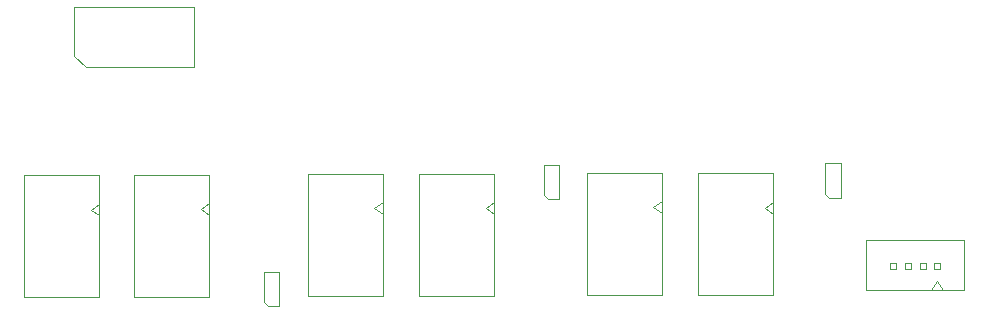
<source format=gbr>
%TF.GenerationSoftware,KiCad,Pcbnew,7.0.8*%
%TF.CreationDate,2024-02-12T21:11:38+01:00*%
%TF.ProjectId,HatV4,48617456-342e-46b6-9963-61645f706362,V2*%
%TF.SameCoordinates,Original*%
%TF.FileFunction,AssemblyDrawing,Bot*%
%FSLAX46Y46*%
G04 Gerber Fmt 4.6, Leading zero omitted, Abs format (unit mm)*
G04 Created by KiCad (PCBNEW 7.0.8) date 2024-02-12 21:11:38*
%MOMM*%
%LPD*%
G01*
G04 APERTURE LIST*
%ADD10C,0.100000*%
G04 APERTURE END LIST*
D10*
%TO.C,U8*%
X177421678Y-102335178D02*
X177421678Y-104910178D01*
X177421678Y-104910178D02*
X177746678Y-105235178D01*
X177746678Y-105235178D02*
X178721678Y-105235178D01*
X178721678Y-102335178D02*
X177421678Y-102335178D01*
X178721678Y-105235178D02*
X178721678Y-102335178D01*
%TO.C,J8*%
X163557978Y-103141578D02*
X157207978Y-103141578D01*
X163557978Y-103141578D02*
X163557978Y-113441578D01*
X157207978Y-103141578D02*
X157207978Y-113441578D01*
X163557978Y-105541578D02*
X162850871Y-106041578D01*
X162850871Y-106041578D02*
X163557978Y-106541578D01*
X163557978Y-113441578D02*
X157207978Y-113441578D01*
%TO.C,J4*%
X149356400Y-103231800D02*
X143006400Y-103231800D01*
X149356400Y-103231800D02*
X149356400Y-113531800D01*
X143006400Y-103231800D02*
X143006400Y-113531800D01*
X149356400Y-105631800D02*
X148649293Y-106131800D01*
X148649293Y-106131800D02*
X149356400Y-106631800D01*
X149356400Y-113531800D02*
X143006400Y-113531800D01*
%TO.C,J3*%
X139947422Y-103246222D02*
X133597422Y-103246222D01*
X139947422Y-103246222D02*
X139947422Y-113546222D01*
X133597422Y-103246222D02*
X133597422Y-113546222D01*
X139947422Y-105646222D02*
X139240315Y-106146222D01*
X139240315Y-106146222D02*
X139947422Y-106646222D01*
X139947422Y-113546222D02*
X133597422Y-113546222D01*
%TO.C,J6*%
X123977400Y-89128600D02*
X113817400Y-89128600D01*
X113817400Y-89128600D02*
X113817400Y-93208600D01*
X113817400Y-93208600D02*
X114817400Y-94208600D01*
X123977400Y-94208600D02*
X123977400Y-89128600D01*
X114817400Y-94208600D02*
X123977400Y-94208600D01*
%TO.C,J7*%
X189147400Y-113030400D02*
X189147400Y-108780400D01*
X189147400Y-113030400D02*
X180897400Y-113030400D01*
X189147400Y-108780400D02*
X180897400Y-108780400D01*
X187397400Y-113030400D02*
X186897400Y-112323293D01*
X187147400Y-111280400D02*
X186647400Y-111280400D01*
X187147400Y-110780400D02*
X187147400Y-111280400D01*
X186897400Y-112323293D02*
X186397400Y-113030400D01*
X186647400Y-111280400D02*
X186647400Y-110780400D01*
X186647400Y-110780400D02*
X187147400Y-110780400D01*
X185897400Y-111280400D02*
X185397400Y-111280400D01*
X185897400Y-110780400D02*
X185897400Y-111280400D01*
X185397400Y-111280400D02*
X185397400Y-110780400D01*
X185397400Y-110780400D02*
X185897400Y-110780400D01*
X184647400Y-111280400D02*
X184147400Y-111280400D01*
X184647400Y-110780400D02*
X184647400Y-111280400D01*
X184147400Y-111280400D02*
X184147400Y-110780400D01*
X184147400Y-110780400D02*
X184647400Y-110780400D01*
X183397400Y-111280400D02*
X182897400Y-111280400D01*
X183397400Y-110780400D02*
X183397400Y-111280400D01*
X182897400Y-111280400D02*
X182897400Y-110780400D01*
X182897400Y-110780400D02*
X183397400Y-110780400D01*
X180897400Y-113030400D02*
X180897400Y-108780400D01*
%TO.C,U4*%
X153601900Y-102446200D02*
X153601900Y-105021200D01*
X153601900Y-105021200D02*
X153926900Y-105346200D01*
X153926900Y-105346200D02*
X154901900Y-105346200D01*
X154901900Y-102446200D02*
X153601900Y-102446200D01*
X154901900Y-105346200D02*
X154901900Y-102446200D01*
%TO.C,J9*%
X172974578Y-103181378D02*
X166624578Y-103181378D01*
X172974578Y-103181378D02*
X172974578Y-113481378D01*
X166624578Y-103181378D02*
X166624578Y-113481378D01*
X172974578Y-105581378D02*
X172267471Y-106081378D01*
X172267471Y-106081378D02*
X172974578Y-106581378D01*
X172974578Y-113481378D02*
X166624578Y-113481378D01*
%TO.C,U2*%
X129867322Y-111503022D02*
X129867322Y-114078022D01*
X129867322Y-114078022D02*
X130192322Y-114403022D01*
X130192322Y-114403022D02*
X131167322Y-114403022D01*
X131167322Y-111503022D02*
X129867322Y-111503022D01*
X131167322Y-114403022D02*
X131167322Y-111503022D01*
%TO.C,J2*%
X125232822Y-103322422D02*
X118882822Y-103322422D01*
X125232822Y-103322422D02*
X125232822Y-113622422D01*
X118882822Y-103322422D02*
X118882822Y-113622422D01*
X125232822Y-105722422D02*
X124525715Y-106222422D01*
X124525715Y-106222422D02*
X125232822Y-106722422D01*
X125232822Y-113622422D02*
X118882822Y-113622422D01*
%TO.C,J1*%
X115927022Y-103346822D02*
X109577022Y-103346822D01*
X115927022Y-103346822D02*
X115927022Y-113646822D01*
X109577022Y-103346822D02*
X109577022Y-113646822D01*
X115927022Y-105746822D02*
X115219915Y-106246822D01*
X115219915Y-106246822D02*
X115927022Y-106746822D01*
X115927022Y-113646822D02*
X109577022Y-113646822D01*
%TD*%
M02*

</source>
